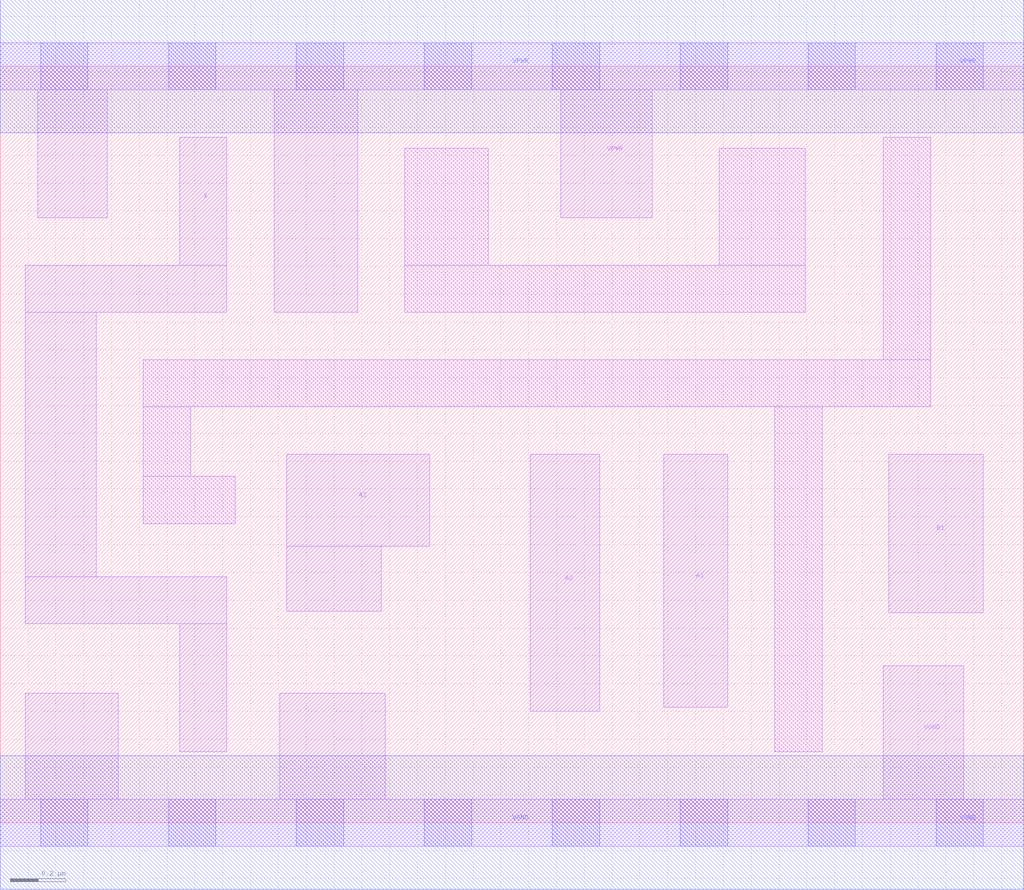
<source format=lef>
# Copyright 2020 The SkyWater PDK Authors
#
# Licensed under the Apache License, Version 2.0 (the "License");
# you may not use this file except in compliance with the License.
# You may obtain a copy of the License at
#
#     https://www.apache.org/licenses/LICENSE-2.0
#
# Unless required by applicable law or agreed to in writing, software
# distributed under the License is distributed on an "AS IS" BASIS,
# WITHOUT WARRANTIES OR CONDITIONS OF ANY KIND, either express or implied.
# See the License for the specific language governing permissions and
# limitations under the License.
#
# SPDX-License-Identifier: Apache-2.0

VERSION 5.7 ;
  NAMESCASESENSITIVE ON ;
  NOWIREEXTENSIONATPIN ON ;
  DIVIDERCHAR "/" ;
  BUSBITCHARS "[]" ;
UNITS
  DATABASE MICRONS 200 ;
END UNITS
PROPERTYDEFINITIONS
  MACRO maskLayoutSubType STRING ;
  MACRO prCellType STRING ;
  MACRO originalViewName STRING ;
END PROPERTYDEFINITIONS
MACRO sky130_fd_sc_hdll__a31o_2
  CLASS CORE ;
  FOREIGN sky130_fd_sc_hdll__a31o_2 ;
  ORIGIN  0.000000  0.000000 ;
  SIZE  3.680000 BY  2.720000 ;
  SYMMETRY X Y R90 ;
  SITE unithd ;
  PIN A1
    ANTENNAGATEAREA  0.277500 ;
    DIRECTION INPUT ;
    USE SIGNAL ;
    PORT
      LAYER li1 ;
        RECT 2.385000 0.415000 2.615000 1.325000 ;
    END
  END A1
  PIN A2
    ANTENNAGATEAREA  0.277500 ;
    DIRECTION INPUT ;
    USE SIGNAL ;
    PORT
      LAYER li1 ;
        RECT 1.905000 0.400000 2.155000 1.325000 ;
    END
  END A2
  PIN A3
    ANTENNAGATEAREA  0.277500 ;
    DIRECTION INPUT ;
    USE SIGNAL ;
    PORT
      LAYER li1 ;
        RECT 1.030000 0.760000 1.370000 0.995000 ;
        RECT 1.030000 0.995000 1.545000 1.325000 ;
    END
  END A3
  PIN B1
    ANTENNAGATEAREA  0.277500 ;
    DIRECTION INPUT ;
    USE SIGNAL ;
    PORT
      LAYER li1 ;
        RECT 3.195000 0.755000 3.535000 1.325000 ;
    END
  END B1
  PIN VGND
    ANTENNADIFFAREA  0.546000 ;
    DIRECTION INOUT ;
    USE SIGNAL ;
    PORT
      LAYER li1 ;
        RECT 0.000000 -0.085000 3.680000 0.085000 ;
        RECT 0.090000  0.085000 0.425000 0.465000 ;
        RECT 1.005000  0.085000 1.385000 0.465000 ;
        RECT 3.175000  0.085000 3.465000 0.565000 ;
      LAYER mcon ;
        RECT 0.145000 -0.085000 0.315000 0.085000 ;
        RECT 0.605000 -0.085000 0.775000 0.085000 ;
        RECT 1.065000 -0.085000 1.235000 0.085000 ;
        RECT 1.525000 -0.085000 1.695000 0.085000 ;
        RECT 1.985000 -0.085000 2.155000 0.085000 ;
        RECT 2.445000 -0.085000 2.615000 0.085000 ;
        RECT 2.905000 -0.085000 3.075000 0.085000 ;
        RECT 3.365000 -0.085000 3.535000 0.085000 ;
      LAYER met1 ;
        RECT 0.000000 -0.240000 3.680000 0.240000 ;
    END
  END VGND
  PIN VPWR
    ANTENNADIFFAREA  0.910000 ;
    DIRECTION INOUT ;
    USE SIGNAL ;
    PORT
      LAYER li1 ;
        RECT 0.000000 2.635000 3.680000 2.805000 ;
        RECT 0.135000 2.175000 0.385000 2.635000 ;
        RECT 0.985000 1.835000 1.285000 2.635000 ;
        RECT 2.015000 2.175000 2.345000 2.635000 ;
      LAYER mcon ;
        RECT 0.145000 2.635000 0.315000 2.805000 ;
        RECT 0.605000 2.635000 0.775000 2.805000 ;
        RECT 1.065000 2.635000 1.235000 2.805000 ;
        RECT 1.525000 2.635000 1.695000 2.805000 ;
        RECT 1.985000 2.635000 2.155000 2.805000 ;
        RECT 2.445000 2.635000 2.615000 2.805000 ;
        RECT 2.905000 2.635000 3.075000 2.805000 ;
        RECT 3.365000 2.635000 3.535000 2.805000 ;
      LAYER met1 ;
        RECT 0.000000 2.480000 3.680000 2.960000 ;
    END
  END VPWR
  PIN X
    ANTENNADIFFAREA  0.530500 ;
    DIRECTION OUTPUT ;
    USE SIGNAL ;
    PORT
      LAYER li1 ;
        RECT 0.090000 0.715000 0.815000 0.885000 ;
        RECT 0.090000 0.885000 0.345000 1.835000 ;
        RECT 0.090000 1.835000 0.815000 2.005000 ;
        RECT 0.645000 0.255000 0.815000 0.715000 ;
        RECT 0.645000 2.005000 0.815000 2.465000 ;
    END
  END X
  OBS
    LAYER li1 ;
      RECT 0.515000 1.075000 0.845000 1.245000 ;
      RECT 0.515000 1.245000 0.685000 1.495000 ;
      RECT 0.515000 1.495000 3.345000 1.665000 ;
      RECT 1.455000 1.835000 2.895000 2.005000 ;
      RECT 1.455000 2.005000 1.755000 2.425000 ;
      RECT 2.585000 2.005000 2.895000 2.425000 ;
      RECT 2.785000 0.255000 2.955000 1.495000 ;
      RECT 3.175000 1.665000 3.345000 2.465000 ;
  END
  PROPERTY maskLayoutSubType "abstract" ;
  PROPERTY prCellType "standard" ;
  PROPERTY originalViewName "layout" ;
END sky130_fd_sc_hdll__a31o_2

</source>
